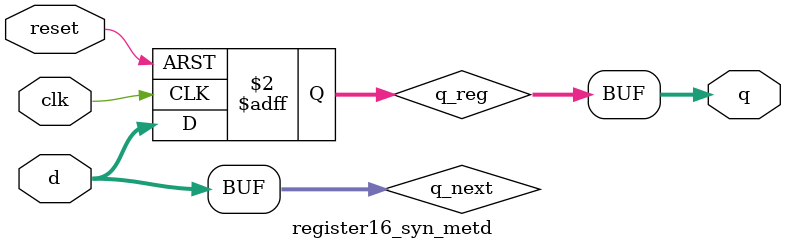
<source format=v>
module register16_syn_metd
(
	input wire clk,
	input wire reset,
	input wire [15:0] d,
	output wire [15:0] q
);

//signal declaration
reg [15:0] q_reg ;
wire [15:0] q_next ;

// body or memory or state register
always @(posedge clk, posedge reset)
begin
	if (reset)
    	q_reg <= 16'b00000000_00000000;
	else
    	q_reg <= q_next;   
end

//next state logic
assign q_next = d;

//output logic
assign q = q_reg;
    
endmodule


</source>
